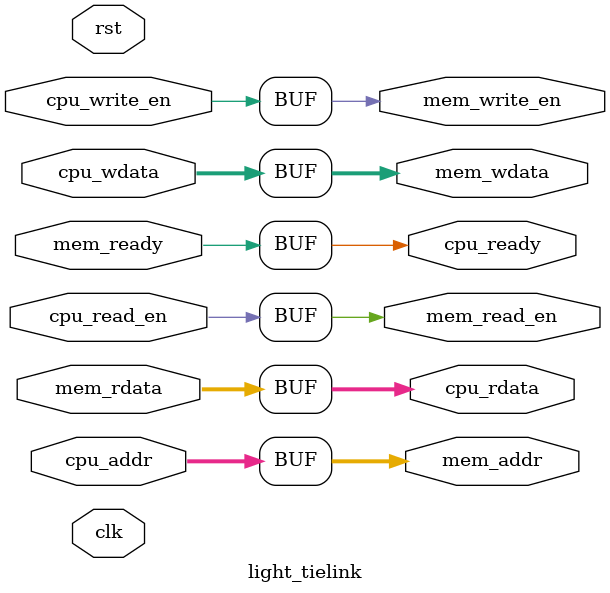
<source format=v>
module light_tielink (
    input clk,
    input rst,

    // CPU-side inputs
    input [7:0] cpu_addr,
    input [7:0] cpu_wdata,
    input cpu_write_en,
    input cpu_read_en,

    // CPU-side outputs
    output [7:0] cpu_rdata,
    output cpu_ready,

    // Memory-side outputs
    output [7:0] mem_addr,
    output [7:0] mem_wdata,
    output mem_write_en,
    output mem_read_en,

    // Memory-side inputs
    input [7:0] mem_rdata,
    input mem_ready
);

    // Simple signal forwarding
    assign mem_addr      = cpu_addr;
    assign mem_wdata     = cpu_wdata;
    assign mem_write_en  = cpu_write_en;
    assign mem_read_en   = cpu_read_en;

    assign cpu_rdata     = mem_rdata;
    assign cpu_ready     = mem_ready;

endmodule

</source>
